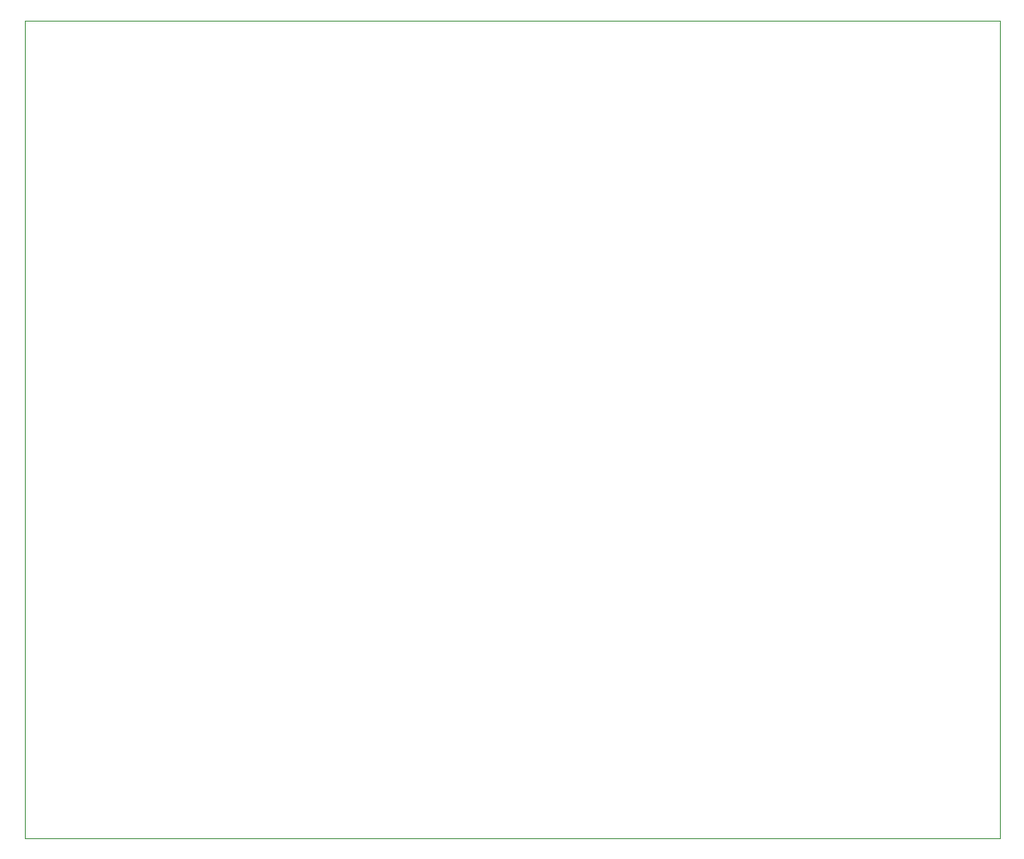
<source format=gbr>
%TF.GenerationSoftware,KiCad,Pcbnew,8.0.5*%
%TF.CreationDate,2024-10-19T20:06:23+03:00*%
%TF.ProjectId,hackpad,6861636b-7061-4642-9e6b-696361645f70,rev?*%
%TF.SameCoordinates,Original*%
%TF.FileFunction,Profile,NP*%
%FSLAX46Y46*%
G04 Gerber Fmt 4.6, Leading zero omitted, Abs format (unit mm)*
G04 Created by KiCad (PCBNEW 8.0.5) date 2024-10-19 20:06:23*
%MOMM*%
%LPD*%
G01*
G04 APERTURE LIST*
%TA.AperFunction,Profile*%
%ADD10C,0.050000*%
%TD*%
G04 APERTURE END LIST*
D10*
X28000000Y-26500000D02*
X127500000Y-26500000D01*
X127500000Y-110000000D01*
X28000000Y-110000000D01*
X28000000Y-26500000D01*
M02*

</source>
